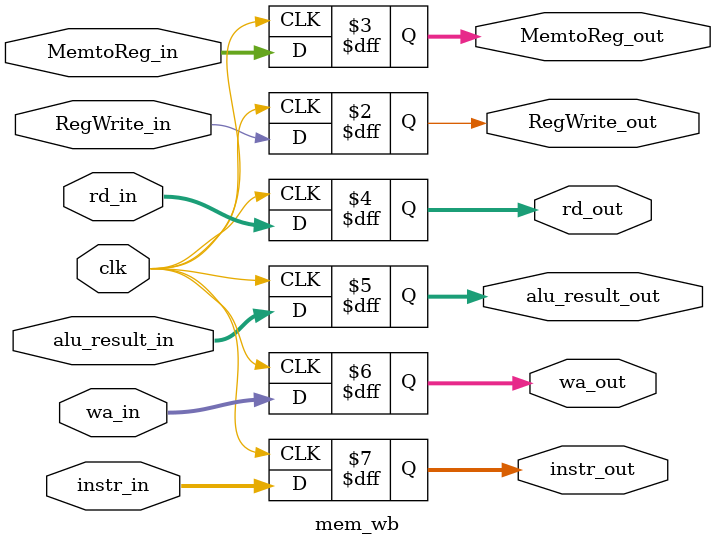
<source format=v>
module mem_wb(
  input clk,
  /*WB control*/
  input RegWrite_in,
  input [1:0]MemtoReg_in,
  
  input [31:0] rd_in,
  input [31:0]alu_result_in,
  input [31:0] wa_in,
  input [31:0] instr_in,
  
  output reg RegWrite_out,
  output reg[1:0] MemtoReg_out,
  
  output reg[31:0] rd_out,
  output reg[31:0] alu_result_out,
  output reg[31:0] wa_out,
  output reg[31:0] instr_out
  );
   
  always@(posedge clk)
  begin
    RegWrite_out <= RegWrite_in;
    MemtoReg_out <= MemtoReg_in;
    rd_out <= rd_in;
    alu_result_out <= alu_result_in;
    wa_out <= wa_in;
    instr_out <= instr_in;
  end
  
endmodule

</source>
